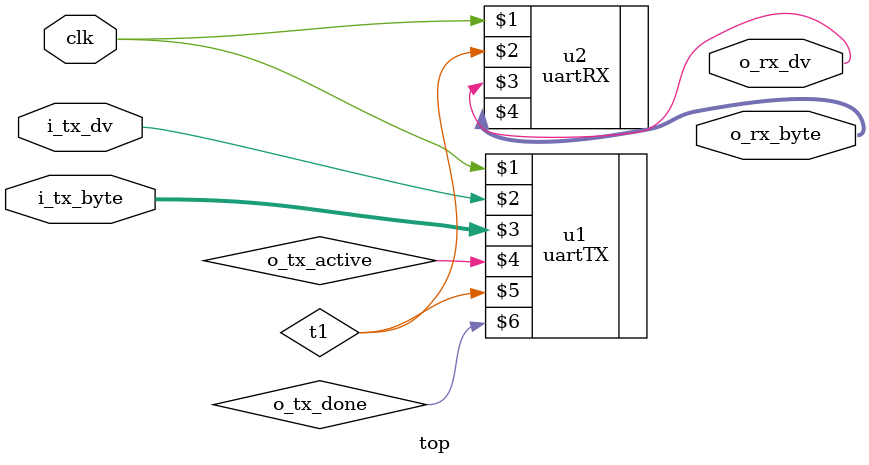
<source format=v>

module top(
	input clk,
	input i_tx_dv,
	input [7:0]i_tx_byte,
	output o_rx_dv,
	output [7:0]o_rx_byte
    );

wire t1;

// INSTANTIATE UART TRANSMITTER MODULE.
uartTX u1(clk,i_tx_dv,i_tx_byte,o_tx_active,t1,o_tx_done);

// INSTANTIATE UART RECEIVER MODULE.
uartRX u2(clk,t1,o_rx_dv,o_rx_byte);

endmodule

</source>
